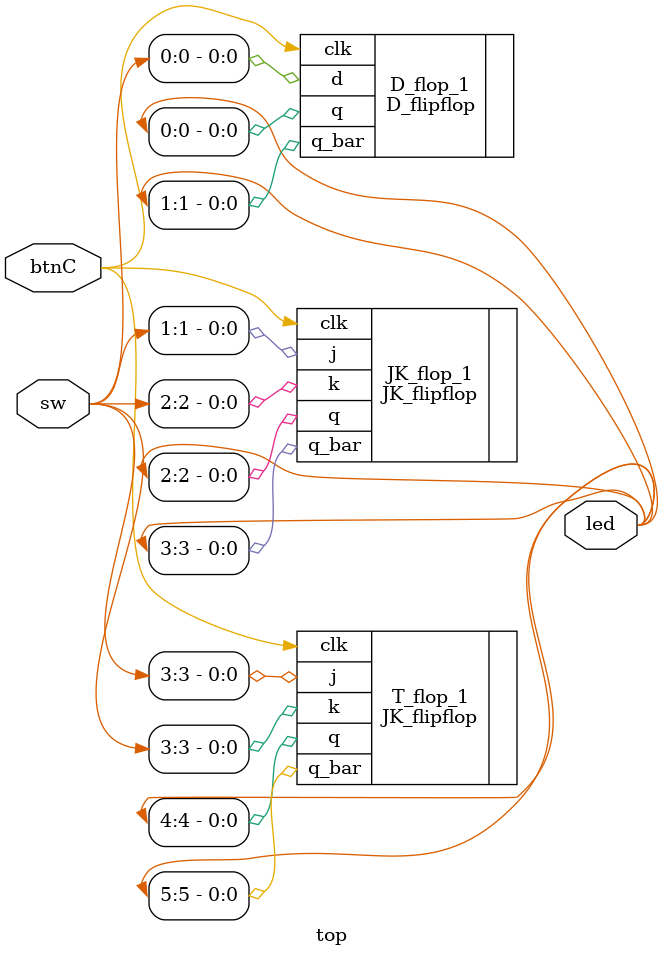
<source format=v>

module top(
    input [3:0] sw,
    input btnC,
    output [5:0] led
    );
    
    D_flipflop D_flop_1(
    .d(sw[0]),
    .clk(btnC),
    .q(led[0]),
    .q_bar(led[1])
    );
    
    JK_flipflop T_flop_1(
    .j(sw[3]),
    .k(sw[3]),
    .clk(btnC),
    .q(led[4]),
    .q_bar(led[5])
    );
    
    JK_flipflop JK_flop_1(
        .j(sw[1]),
        .k(sw[2]),
        .clk(btnC),
        .q(led[2]),
        .q_bar(led[3])
        
    );
endmodule

</source>
